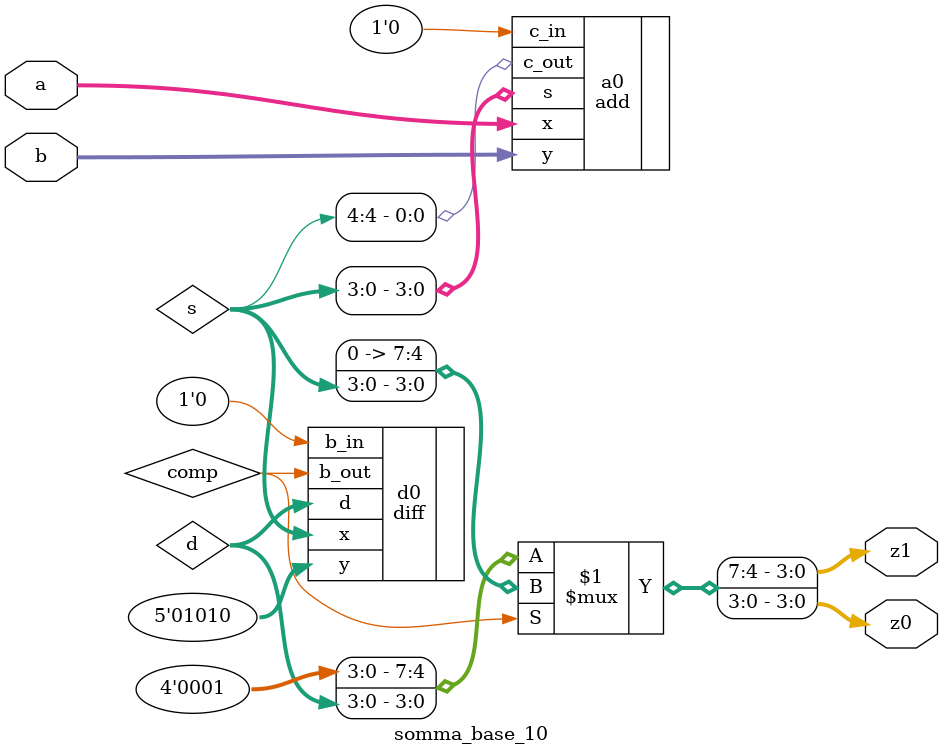
<source format=v>
module ABC(
    socA, socB, eocA, eocB, a, b,
    davC_, rfdC, z1, z0,
    clock, reset_
);

    input eocA, eocB, rfdC;
    input[3:0] a,b;
    output socA, socB, davC_;
    output[3:0] z1, z0;
    input clock, reset_;

    reg[3:0] MSD, LSD;
    assign z1 = MSD, z0 = LSD;

    reg  SOC;
    assign socA = SOC, socB = SOC;

    reg  DAV_;
    assign davC_ = DAV_;

    reg[1:0] STAR;
    localparam 
        S0 = 0, 
        S1 = 1, 
        S2 = 2, 
        S3 = 3;

    wire [3:0] s1, s0;
    somma_base_10 sb10 (
        .a(a), .b(b),
        .z1(s1), .z0(s0)
    );

    always@(reset_==0) #1 
        begin 
            SOC <= 0;
            DAV_ <= 1;
            STAR <= S0;
        end

    always@(posedge clock) if (reset_==1) #3
        casex(STAR)
            S0: begin
                SOC <= 1;
                STAR <= ({eocA, eocB}==2'B00) ? S1 : S0;
            end
            S1: begin
                SOC <= 0;
                STAR <= ({eocA, eocB}==2'B11) ? S2 : S1;
                LSD <= s0;
                MSD <= s1;
            end
            S2: begin
                DAV_ <= 0;
                STAR <= (rfdC==1) ? S2 : S3;
            end
            S3: begin
                DAV_ <= 1;
                STAR <= (rfdC==1) ? S0 : S3;
            end
        endcase
endmodule

module somma_base_10 (
    a, b,
    z1, z0
);
    input [3:0] a, b;
    output [3:0] z1, z0;

    wire [4:0] s; // somma di a e b, su 5 cifre base 2
    add #( .N(4) ) a0(
        .x(a), .y(b), .c_in(1'b0),
        .s(s[3:0]), .c_out(s[4])
    );

    wire [4:0] d; // s0 - 10
    wire comp; // 1 se s0 < 10
    diff #(.N(5)) d0(
        .x(s), .y(5'd10), .b_in(1'b0),
        .d(d), .b_out(comp)
    );

    // se (a + b) < 10 => z1 = 0; z0 = a + b
    // se (a + b) >= 10 => z1 = 1; z0 = a + b - 10

    assign {z1, z0} = comp ? {4'b0, s[3:0]} : {4'b1, d[3:0]};

endmodule
</source>
